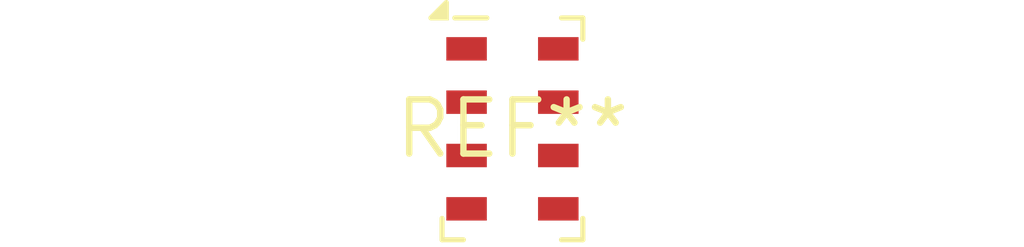
<source format=kicad_pcb>
(kicad_pcb (version 20240108) (generator pcbnew)
  (layers (0 "F.Cu" signal) (31 "B.Cu" signal) (34 "B.Paste" user) (35 "F.Paste" user) (36 "B.SilkS" user "B.Silkscreen") (37 "F.SilkS" user "F.Silkscreen") (38 "B.Mask" user) (39 "F.Mask" user) (44 "Edge.Cuts" user))
  (net 0 "")
  (footprint "LGA-8_3x5mm_P1.25mm" (layer "F.Cu") (at 0 0)
    (property "Reference" "REF**")
    (property "Value" "LGA-8_3x5mm_P1.25mm")
    (fp_line (start -1.65 2.6) (end -1.65 2.1) (layer "F.SilkS") (stroke (width 0.12)))
    (fp_line (start -1.35 -2.6) (end -0.6 -2.6) (layer "F.SilkS") (stroke (width 0.12)))
    (fp_line (start -1.15 2.6) (end -1.65 2.6) (layer "F.SilkS") (stroke (width 0.12)))
    (fp_line (start 1.15 -2.6) (end 1.65 -2.6) (layer "F.SilkS") (stroke (width 0.12)))
    (fp_line (start 1.65 -2.6) (end 1.65 -2.1) (layer "F.SilkS") (stroke (width 0.12)))
    (fp_line (start 1.65 2.1) (end 1.65 2.6) (layer "F.SilkS") (stroke (width 0.12)))
    (fp_line (start 1.65 2.6) (end 1.15 2.6) (layer "F.SilkS") (stroke (width 0.12)))
    (fp_poly (pts (xy -1.55 -2.6) (xy -1.91 -2.6) (xy -1.55 -2.96) (xy -1.55 -2.6)) (layer "F.SilkS") (stroke (width 0.12)) (fill solid))
    (pad "1" smd rect (at -1.075 -1.875) (size 0.95 0.55) (layers "F.Cu" "F.Paste" "F.Mask"))
    (pad "2" smd rect (at -1.075 -0.625) (size 0.95 0.55) (layers "F.Cu" "F.Paste" "F.Mask"))
    (pad "3" smd rect (at -1.075 0.625) (size 0.95 0.55) (layers "F.Cu" "F.Paste" "F.Mask"))
    (pad "4" smd rect (at -1.075 1.875) (size 0.95 0.55) (layers "F.Cu" "F.Paste" "F.Mask"))
    (pad "5" smd rect (at 1.075 1.875) (size 0.95 0.55) (layers "F.Cu" "F.Paste" "F.Mask"))
    (pad "6" smd rect (at 1.075 0.625) (size 0.95 0.55) (layers "F.Cu" "F.Paste" "F.Mask"))
    (pad "7" smd rect (at 1.075 -0.625) (size 0.95 0.55) (layers "F.Cu" "F.Paste" "F.Mask"))
    (pad "8" smd rect (at 1.075 -1.875) (size 0.95 0.55) (layers "F.Cu" "F.Paste" "F.Mask"))
  )
)
</source>
